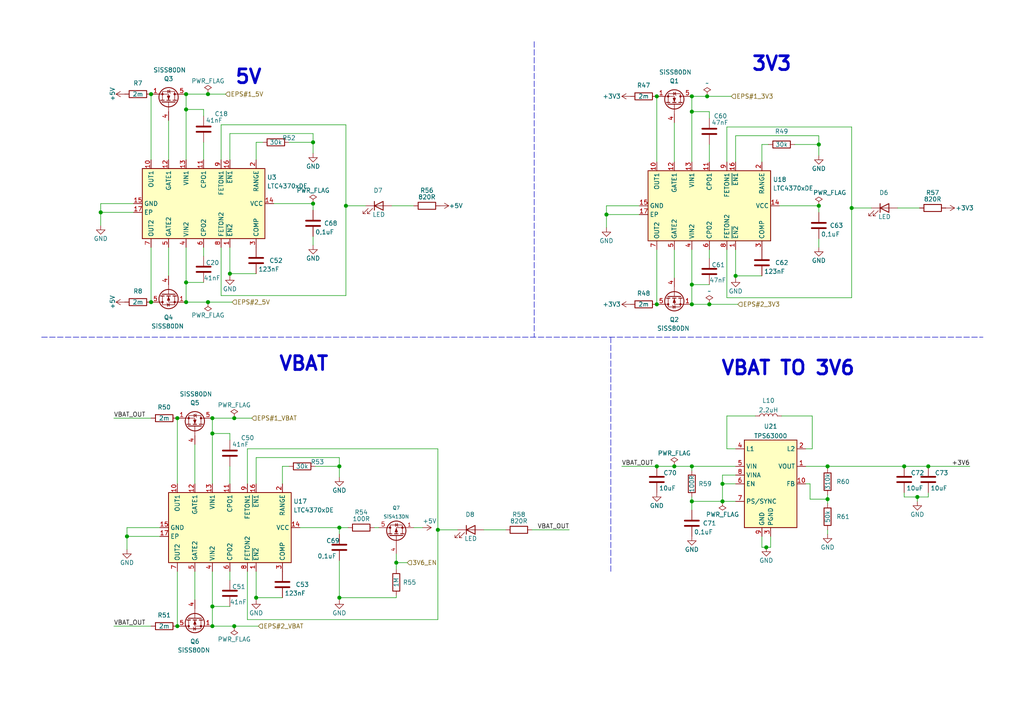
<source format=kicad_sch>
(kicad_sch (version 20210621) (generator eeschema)
  (paper "A4")
  (title_block (title "BUTCube - communication module") (date "2021-11-18") (rev "v0.2") (company "VUT - FIT(STRaDe) & FME(IAE & IPE)") (comment 1 "Author: Štěpán Rydlo"))
  (lib_symbols
    (symbol "Device:C" (pin_numbers hide) (pin_names (offset 0.254))
      (property "Reference" "C" (at 0.635 2.54 0))
      (property "Value" "C" (at 0.635 -2.54 0))
      (symbol "C_0_1"
        (polyline (pts (xy -2.032 -0.762) (xy 2.032 -0.762)) (stroke (width 0.508)))
        (polyline (pts (xy -2.032 0.762) (xy 2.032 0.762)) (stroke (width 0.508)))
      )
      (symbol "C_1_1"
        (pin passive line (at 0 3.81 270) (length 2.794) (name "~") (number "1"))
        (pin passive line (at 0 -3.81 90) (length 2.794) (name "~") (number "2"))
      )
    )
    (symbol "Device:L" (pin_numbers hide) (pin_names (offset 1.016) hide)
      (property "Reference" "L" (at -1.27 0 90))
      (property "Value" "L" (at 1.905 0 90))
      (symbol "L_0_1"
        (arc (start 0 -2.54) (end 0 -1.27) (radius (at 0 -1.905) (length 0.635) (angles -89.9 89.9)))
        (arc (start 0 -1.27) (end 0 0) (radius (at 0 -0.635) (length 0.635) (angles -89.9 89.9)))
        (arc (start 0 0) (end 0 1.27) (radius (at 0 0.635) (length 0.635) (angles -89.9 89.9)))
        (arc (start 0 1.27) (end 0 2.54) (radius (at 0 1.905) (length 0.635) (angles -89.9 89.9)))
      )
      (symbol "L_1_1"
        (pin passive line (at 0 3.81 270) (length 1.27) (name "1") (number "1"))
        (pin passive line (at 0 -3.81 90) (length 1.27) (name "2") (number "2"))
      )
    )
    (symbol "Device:LED" (pin_numbers hide) (pin_names (offset 1.016) hide)
      (property "Reference" "D" (at 0 2.54 0))
      (property "Value" "LED" (at 0 -2.54 0))
      (symbol "LED_0_1"
        (polyline (pts (xy -1.27 -1.27) (xy -1.27 1.27)) (stroke (width 0.254)))
        (polyline (pts (xy -1.27 0) (xy 1.27 0)))
        (polyline (pts (xy 1.27 -1.27) (xy 1.27 1.27) (xy -1.27 0) (xy 1.27 -1.27)) (stroke (width 0.254)))
        (polyline (pts (xy -3.048 -0.762) (xy -4.572 -2.286) (xy -3.81 -2.286) (xy -4.572 -2.286) (xy -4.572 -1.524)))
        (polyline (pts (xy -1.778 -0.762) (xy -3.302 -2.286) (xy -2.54 -2.286) (xy -3.302 -2.286) (xy -3.302 -1.524)))
      )
      (symbol "LED_1_1"
        (pin passive line (at -3.81 0 0) (length 2.54) (name "K") (number "1"))
        (pin passive line (at 3.81 0 180) (length 2.54) (name "A") (number "2"))
      )
    )
    (symbol "Device:R" (pin_numbers hide) (pin_names (offset 0))
      (property "Reference" "R" (at 2.032 0 90))
      (property "Value" "R" (at 0 0 90))
      (symbol "R_0_1"
        (rectangle (start -1.016 -2.54) (end 1.016 2.54) (stroke (width 0.254)))
      )
      (symbol "R_1_1"
        (pin passive line (at 0 3.81 270) (length 1.27) (name "~") (number "1"))
        (pin passive line (at 0 -3.81 90) (length 1.27) (name "~") (number "2"))
      )
    )
    (symbol "Power_Management:LTC4370xDE"
      (property "Reference" "U" (at -8.89 19.05 0))
      (property "Value" "LTC4370xDE" (at 7.62 19.05 0))
      (symbol "LTC4370xDE_0_1"
        (rectangle (start -10.16 17.78) (end 10.16 -17.78) (stroke (width 0.254)) (fill (type background)))
      )
      (symbol "LTC4370xDE_1_1"
        (pin input line (at 12.7 7.62 180) (length 2.54) (name "~{EN2}") (number "1"))
        (pin input line (at -12.7 -15.24 0) (length 2.54) (name "OUT1") (number "10"))
        (pin passive line (at -12.7 0 0) (length 2.54) (name "CPO1") (number "11"))
        (pin output line (at -12.7 -10.16 0) (length 2.54) (name "GATE1") (number "12"))
        (pin power_in line (at -12.7 -5.08 0) (length 2.54) (name "VIN1") (number "13"))
        (pin power_in line (at 0 20.32 270) (length 2.54) (name "VCC") (number "14"))
        (pin power_in line (at 0 -20.32 90) (length 2.54) (name "GND") (number "15"))
        (pin input line (at -12.7 7.62 0) (length 2.54) (name "~{EN1}") (number "16"))
        (pin passive line (at 2.54 -20.32 90) (length 2.54) (name "EP") (number "17"))
        (pin passive line (at -12.7 15.24 0) (length 2.54) (name "RANGE") (number "2"))
        (pin passive line (at 12.7 15.24 180) (length 2.54) (name "COMP") (number "3"))
        (pin power_in line (at 12.7 -5.08 180) (length 2.54) (name "VIN2") (number "4"))
        (pin output line (at 12.7 -10.16 180) (length 2.54) (name "GATE2") (number "5"))
        (pin passive line (at 12.7 0 180) (length 2.54) (name "CPO2") (number "6"))
        (pin input line (at 12.7 -15.24 180) (length 2.54) (name "OUT2") (number "7"))
        (pin open_collector line (at 12.7 5.08 180) (length 2.54) (name "FETON2") (number "8"))
        (pin open_collector line (at -12.7 5.08 0) (length 2.54) (name "FETON1") (number "9"))
      )
    )
    (symbol "Regulator_Switching:TPS63000"
      (property "Reference" "U" (at -7.62 13.97 0))
      (property "Value" "TPS63000" (at 5.08 13.97 0))
      (symbol "TPS63000_0_1"
        (rectangle (start -7.62 12.7) (end 7.62 -12.7) (stroke (width 0.254)) (fill (type background)))
      )
      (symbol "TPS63000_1_1"
        (pin power_out line (at 10.16 5.08 180) (length 2.54) (name "VOUT") (number "1"))
        (pin input line (at 10.16 0 180) (length 2.54) (name "FB") (number "10"))
        (pin passive line (at 0 -15.24 90) (length 2.54) hide (name "PGND") (number "11"))
        (pin input line (at 10.16 10.16 180) (length 2.54) (name "L2") (number "2"))
        (pin power_in line (at 0 -15.24 90) (length 2.54) (name "PGND") (number "3"))
        (pin input line (at -10.16 10.16 0) (length 2.54) (name "L1") (number "4"))
        (pin power_in line (at -10.16 5.08 0) (length 2.54) (name "VIN") (number "5"))
        (pin input line (at -10.16 0 0) (length 2.54) (name "EN") (number "6"))
        (pin input line (at -10.16 -5.08 0) (length 2.54) (name "PS/SYNC") (number "7"))
        (pin power_in line (at -10.16 2.54 0) (length 2.54) (name "VINA") (number "8"))
        (pin power_in line (at -2.54 -15.24 90) (length 2.54) (name "GND") (number "9"))
      )
    )
    (symbol "TCY_transistors:SiS413DN" (pin_names hide)
      (property "Reference" "Q" (at 8.89 2.54 0))
      (property "Value" "SiS413DN" (at 8.89 0 0))
      (symbol "SiS413DN_0_1"
        (circle (center -0.889 0) (radius 2.794) (stroke (width 0.254)))
        (circle (center 0 -1.778) (radius 0.254) (fill (type outline)))
        (circle (center 0 1.778) (radius 0.254) (fill (type outline)))
        (polyline (pts (xy -2.286 0) (xy -5.08 0)))
        (polyline (pts (xy -2.286 1.905) (xy -2.286 -1.905)) (stroke (width 0.254)))
        (polyline (pts (xy -1.778 -1.27) (xy -1.778 -2.286)) (stroke (width 0.254)))
        (polyline (pts (xy -1.778 0.508) (xy -1.778 -0.508)) (stroke (width 0.254)))
        (polyline (pts (xy -1.778 2.286) (xy -1.778 1.27)) (stroke (width 0.254)))
        (polyline (pts (xy 0 2.54) (xy 0 1.778)))
        (polyline (pts (xy 0 -2.54) (xy 0 0) (xy -1.778 0)))
        (polyline (pts (xy -1.778 1.778) (xy 0.762 1.778) (xy 0.762 -1.778) (xy -1.778 -1.778)))
        (polyline (pts (xy 0.254 -0.508) (xy 0.381 -0.381) (xy 1.143 -0.381) (xy 1.27 -0.254)))
        (polyline (pts (xy 0.762 -0.381) (xy 0.381 0.254) (xy 1.143 0.254) (xy 0.762 -0.381)))
        (polyline (pts (xy -0.254 0) (xy -1.27 0.381) (xy -1.27 -0.381) (xy -0.254 0)) (fill (type outline)))
      )
      (symbol "SiS413DN_1_1"
        (pin passive line (at 0 -5.08 90) (length 2.54) (name "S") (number "1"))
        (pin passive line (at 0 -5.08 90) (length 2.54) hide (name "S") (number "2"))
        (pin passive line (at 0 -5.08 90) (length 2.54) hide (name "S") (number "3"))
        (pin passive line (at -7.62 0 0) (length 2.54) (name "G") (number "4"))
        (pin passive line (at 0 5.08 270) (length 2.54) (name "D") (number "5"))
      )
    )
    (symbol "Transistor_FET:SiS454DN" (pin_names hide)
      (property "Reference" "Q" (at 5.08 1.905 0))
      (property "Value" "SiS454DN" (at 5.08 0 0))
      (symbol "SiS454DN_0_1"
        (circle (center 1.651 0) (radius 2.794) (stroke (width 0.254)))
        (circle (center 2.54 -1.778) (radius 0.254) (fill (type outline)))
        (circle (center 2.54 1.778) (radius 0.254) (fill (type outline)))
        (polyline (pts (xy 0.254 0) (xy -2.54 0)))
        (polyline (pts (xy 0.254 1.905) (xy 0.254 -1.905)) (stroke (width 0.254)))
        (polyline (pts (xy 0.762 -1.27) (xy 0.762 -2.286)) (stroke (width 0.254)))
        (polyline (pts (xy 0.762 0.508) (xy 0.762 -0.508)) (stroke (width 0.254)))
        (polyline (pts (xy 0.762 2.286) (xy 0.762 1.27)) (stroke (width 0.254)))
        (polyline (pts (xy 2.54 2.54) (xy 2.54 1.778)))
        (polyline (pts (xy 2.54 -2.54) (xy 2.54 0) (xy 0.762 0)))
        (polyline (pts (xy 0.762 -1.778) (xy 3.302 -1.778) (xy 3.302 1.778) (xy 0.762 1.778)))
        (polyline (pts (xy 2.794 0.508) (xy 2.921 0.381) (xy 3.683 0.381) (xy 3.81 0.254)))
        (polyline (pts (xy 3.302 0.381) (xy 2.921 -0.254) (xy 3.683 -0.254) (xy 3.302 0.381)))
        (polyline (pts (xy 1.016 0) (xy 2.032 0.381) (xy 2.032 -0.381) (xy 1.016 0)) (fill (type outline)))
      )
      (symbol "SiS454DN_1_1"
        (pin passive line (at 2.54 -5.08 90) (length 2.54) (name "S") (number "1"))
        (pin passive line (at 2.54 -5.08 90) (length 2.54) hide (name "S") (number "2"))
        (pin passive line (at 2.54 -5.08 90) (length 2.54) hide (name "S") (number "3"))
        (pin input line (at -5.08 0 0) (length 2.54) (name "G") (number "4"))
        (pin passive line (at 2.54 5.08 270) (length 2.54) (name "D") (number "5"))
      )
    )
    (symbol "power:+3V3" (power) (pin_names (offset 0))
      (property "Value" "+3V3" (at 0 3.556 0))
      (symbol "+3V3_0_1"
        (polyline (pts (xy -0.762 1.27) (xy 0 2.54)))
        (polyline (pts (xy 0 0) (xy 0 2.54)))
        (polyline (pts (xy 0 2.54) (xy 0.762 1.27)))
      )
      (symbol "+3V3_1_1"
        (pin power_in line (at 0 0 90) (length 0) hide (name "+3V3") (number "1"))
      )
    )
    (symbol "power:+5V" (power) (pin_names (offset 0))
      (property "Value" "+5V" (at 0 3.556 0))
      (symbol "+5V_0_1"
        (polyline (pts (xy -0.762 1.27) (xy 0 2.54)))
        (polyline (pts (xy 0 0) (xy 0 2.54)))
        (polyline (pts (xy 0 2.54) (xy 0.762 1.27)))
      )
      (symbol "+5V_1_1"
        (pin power_in line (at 0 0 90) (length 0) hide (name "+5V") (number "1"))
      )
    )
    (symbol "power:GND" (power) (pin_names (offset 0))
      (property "Value" "GND" (at 0 -3.81 0))
      (symbol "GND_0_1"
        (polyline (pts (xy 0 0) (xy 0 -1.27) (xy 1.27 -1.27) (xy 0 -2.54) (xy -1.27 -1.27) (xy 0 -1.27)))
      )
      (symbol "GND_1_1"
        (pin power_in line (at 0 0 270) (length 0) hide (name "GND") (number "1"))
      )
    )
    (symbol "power:PWR_FLAG" (power) (pin_numbers hide) (pin_names (offset 0) hide)
      (property "Value" "PWR_FLAG" (at 0 3.81 0))
      (symbol "PWR_FLAG_0_0"
        (pin power_out line (at 0 0 90) (length 0) (name "pwr") (number "1"))
      )
      (symbol "PWR_FLAG_0_1"
        (polyline (pts (xy 0 0) (xy 0 1.27) (xy -1.016 1.905) (xy 0 2.54) (xy 1.016 1.905) (xy 0 1.27)))
      )
    )
  )
  (junction (at 29.21 61.595) (diameter 1.016))
  (junction (at 36.83 155.575) (diameter 1.016))
  (junction (at 43.815 27.305) (diameter 1.016))
  (junction (at 43.815 87.63) (diameter 1.016))
  (junction (at 51.435 121.285) (diameter 1.016))
  (junction (at 51.435 181.61) (diameter 1.016))
  (junction (at 53.975 27.305) (diameter 1.016))
  (junction (at 53.975 31.75) (diameter 1.016))
  (junction (at 53.975 81.915) (diameter 1.016))
  (junction (at 53.975 87.63) (diameter 1.016))
  (junction (at 60.325 27.305) (diameter 1.016))
  (junction (at 60.325 87.63) (diameter 1.016))
  (junction (at 61.595 121.285) (diameter 1.016))
  (junction (at 61.595 125.73) (diameter 1.016))
  (junction (at 61.595 175.895) (diameter 1.016))
  (junction (at 61.595 181.61) (diameter 1.016))
  (junction (at 66.675 79.375) (diameter 1.016))
  (junction (at 67.945 121.285) (diameter 1.016))
  (junction (at 67.945 181.61) (diameter 1.016))
  (junction (at 74.295 173.355) (diameter 1.016))
  (junction (at 90.805 41.275) (diameter 1.016))
  (junction (at 90.805 59.055) (diameter 1.016))
  (junction (at 98.425 135.255) (diameter 1.016))
  (junction (at 98.425 153.035) (diameter 1.016))
  (junction (at 98.425 173.355) (diameter 1.016))
  (junction (at 100.33 59.69) (diameter 1.016))
  (junction (at 114.935 163.195) (diameter 1.016))
  (junction (at 127 153.67) (diameter 1.016))
  (junction (at 175.895 62.23) (diameter 1.016))
  (junction (at 190.5 27.94) (diameter 1.016))
  (junction (at 190.5 88.265) (diameter 1.016))
  (junction (at 190.5 135.255) (diameter 1.016))
  (junction (at 195.58 135.255) (diameter 1.016))
  (junction (at 200.66 27.94) (diameter 1.016))
  (junction (at 200.66 32.385) (diameter 1.016))
  (junction (at 200.66 82.55) (diameter 1.016))
  (junction (at 200.66 88.265) (diameter 1.016))
  (junction (at 200.66 135.255) (diameter 1.016))
  (junction (at 200.66 145.415) (diameter 1.016))
  (junction (at 205.105 27.94) (diameter 1.016))
  (junction (at 205.74 88.265) (diameter 1.016))
  (junction (at 209.55 140.335) (diameter 1.016))
  (junction (at 209.55 145.415) (diameter 1.016))
  (junction (at 213.36 80.01) (diameter 1.016))
  (junction (at 222.25 158.75) (diameter 1.016))
  (junction (at 237.49 41.91) (diameter 1.016))
  (junction (at 237.49 59.69) (diameter 1.016))
  (junction (at 240.03 135.255) (diameter 1.016))
  (junction (at 240.03 144.78) (diameter 1.016))
  (junction (at 247.015 60.325) (diameter 1.016))
  (junction (at 262.255 135.255) (diameter 1.016))
  (junction (at 266.065 144.145) (diameter 1.016))
  (junction (at 269.24 135.255) (diameter 1.016))
  (wire (pts (xy 29.21 59.055) (xy 29.21 61.595)))
  (wire (pts (xy 29.21 61.595) (xy 29.21 65.405)))
  (wire (pts (xy 33.02 121.285) (xy 43.815 121.285)))
  (wire (pts (xy 33.02 181.61) (xy 43.815 181.61)))
  (wire (pts (xy 36.83 153.035) (xy 36.83 155.575)))
  (wire (pts (xy 36.83 155.575) (xy 36.83 159.385)))
  (wire (pts (xy 38.735 59.055) (xy 29.21 59.055)))
  (wire (pts (xy 38.735 61.595) (xy 29.21 61.595)))
  (wire (pts (xy 43.815 27.305) (xy 43.815 46.355)))
  (wire (pts (xy 43.815 71.755) (xy 43.815 87.63)))
  (wire (pts (xy 46.355 153.035) (xy 36.83 153.035)))
  (wire (pts (xy 46.355 155.575) (xy 36.83 155.575)))
  (wire (pts (xy 48.895 34.925) (xy 48.895 46.355)))
  (wire (pts (xy 48.895 71.755) (xy 48.895 80.01)))
  (wire (pts (xy 51.435 121.285) (xy 51.435 140.335)))
  (wire (pts (xy 51.435 165.735) (xy 51.435 181.61)))
  (wire (pts (xy 53.975 27.305) (xy 53.975 31.75)))
  (wire (pts (xy 53.975 27.305) (xy 60.325 27.305)))
  (wire (pts (xy 53.975 31.75) (xy 53.975 46.355)))
  (wire (pts (xy 53.975 71.755) (xy 53.975 81.915)))
  (wire (pts (xy 53.975 81.915) (xy 53.975 87.63)))
  (wire (pts (xy 53.975 81.915) (xy 59.055 81.915)))
  (wire (pts (xy 53.975 87.63) (xy 60.325 87.63)))
  (wire (pts (xy 56.515 128.905) (xy 56.515 140.335)))
  (wire (pts (xy 56.515 165.735) (xy 56.515 173.99)))
  (wire (pts (xy 59.055 31.75) (xy 53.975 31.75)))
  (wire (pts (xy 59.055 33.655) (xy 59.055 31.75)))
  (wire (pts (xy 59.055 41.275) (xy 59.055 46.355)))
  (wire (pts (xy 59.055 71.755) (xy 59.055 74.295)))
  (wire (pts (xy 60.325 27.305) (xy 65.405 27.305)))
  (wire (pts (xy 60.325 87.63) (xy 67.31 87.63)))
  (wire (pts (xy 61.595 121.285) (xy 61.595 125.73)))
  (wire (pts (xy 61.595 121.285) (xy 67.945 121.285)))
  (wire (pts (xy 61.595 125.73) (xy 61.595 140.335)))
  (wire (pts (xy 61.595 165.735) (xy 61.595 175.895)))
  (wire (pts (xy 61.595 175.895) (xy 61.595 181.61)))
  (wire (pts (xy 61.595 175.895) (xy 66.675 175.895)))
  (wire (pts (xy 61.595 181.61) (xy 67.945 181.61)))
  (wire (pts (xy 64.135 36.195) (xy 64.135 46.355)))
  (wire (pts (xy 64.135 36.195) (xy 100.33 36.195)))
  (wire (pts (xy 64.135 71.755) (xy 64.135 85.725)))
  (wire (pts (xy 64.135 85.725) (xy 100.33 85.725)))
  (wire (pts (xy 66.675 38.735) (xy 66.675 46.355)))
  (wire (pts (xy 66.675 38.735) (xy 90.805 38.735)))
  (wire (pts (xy 66.675 71.755) (xy 66.675 79.375)))
  (wire (pts (xy 66.675 79.375) (xy 66.675 80.01)))
  (wire (pts (xy 66.675 125.73) (xy 61.595 125.73)))
  (wire (pts (xy 66.675 127.635) (xy 66.675 125.73)))
  (wire (pts (xy 66.675 135.255) (xy 66.675 140.335)))
  (wire (pts (xy 66.675 165.735) (xy 66.675 168.275)))
  (wire (pts (xy 67.945 121.285) (xy 73.025 121.285)))
  (wire (pts (xy 67.945 181.61) (xy 74.93 181.61)))
  (wire (pts (xy 71.755 130.175) (xy 71.755 140.335)))
  (wire (pts (xy 71.755 130.175) (xy 127 130.175)))
  (wire (pts (xy 71.755 165.735) (xy 71.755 179.705)))
  (wire (pts (xy 71.755 179.705) (xy 127 179.705)))
  (wire (pts (xy 74.295 41.275) (xy 76.2 41.275)))
  (wire (pts (xy 74.295 46.355) (xy 74.295 41.275)))
  (wire (pts (xy 74.295 79.375) (xy 66.675 79.375)))
  (wire (pts (xy 74.295 132.715) (xy 74.295 140.335)))
  (wire (pts (xy 74.295 132.715) (xy 98.425 132.715)))
  (wire (pts (xy 74.295 165.735) (xy 74.295 173.355)))
  (wire (pts (xy 74.295 173.355) (xy 74.295 173.99)))
  (wire (pts (xy 79.375 59.055) (xy 90.805 59.055)))
  (wire (pts (xy 81.915 135.255) (xy 83.82 135.255)))
  (wire (pts (xy 81.915 140.335) (xy 81.915 135.255)))
  (wire (pts (xy 81.915 173.355) (xy 74.295 173.355)))
  (wire (pts (xy 83.82 41.275) (xy 90.805 41.275)))
  (wire (pts (xy 86.995 153.035) (xy 98.425 153.035)))
  (wire (pts (xy 90.805 38.735) (xy 90.805 41.275)))
  (wire (pts (xy 90.805 41.275) (xy 90.805 44.45)))
  (wire (pts (xy 90.805 59.055) (xy 90.805 60.96)))
  (wire (pts (xy 90.805 68.58) (xy 90.805 71.12)))
  (wire (pts (xy 91.44 135.255) (xy 98.425 135.255)))
  (wire (pts (xy 98.425 132.715) (xy 98.425 135.255)))
  (wire (pts (xy 98.425 135.255) (xy 98.425 138.43)))
  (wire (pts (xy 98.425 153.035) (xy 98.425 154.94)))
  (wire (pts (xy 98.425 153.035) (xy 100.965 153.035)))
  (wire (pts (xy 98.425 162.56) (xy 98.425 173.355)))
  (wire (pts (xy 98.425 173.355) (xy 98.425 173.99)))
  (wire (pts (xy 98.425 173.355) (xy 114.935 173.355)))
  (wire (pts (xy 100.33 36.195) (xy 100.33 59.69)))
  (wire (pts (xy 100.33 59.69) (xy 100.33 85.725)))
  (wire (pts (xy 106.045 59.69) (xy 100.33 59.69)))
  (wire (pts (xy 108.585 153.035) (xy 109.855 153.035)))
  (wire (pts (xy 113.665 59.69) (xy 120.015 59.69)))
  (wire (pts (xy 114.935 160.655) (xy 114.935 163.195)))
  (wire (pts (xy 114.935 163.195) (xy 114.935 165.1)))
  (wire (pts (xy 114.935 163.195) (xy 118.11 163.195)))
  (wire (pts (xy 114.935 172.72) (xy 114.935 173.355)))
  (wire (pts (xy 120.015 153.035) (xy 122.555 153.035)))
  (wire (pts (xy 127 130.175) (xy 127 153.67)))
  (wire (pts (xy 127 179.705) (xy 127 153.67)))
  (wire (pts (xy 132.715 153.67) (xy 127 153.67)))
  (wire (pts (xy 140.335 153.67) (xy 146.685 153.67)))
  (wire (pts (xy 165.1 153.67) (xy 154.305 153.67)))
  (wire (pts (xy 175.895 59.69) (xy 175.895 62.23)))
  (wire (pts (xy 175.895 62.23) (xy 175.895 66.04)))
  (wire (pts (xy 180.34 135.255) (xy 190.5 135.255)))
  (wire (pts (xy 185.42 59.69) (xy 175.895 59.69)))
  (wire (pts (xy 185.42 62.23) (xy 175.895 62.23)))
  (wire (pts (xy 190.5 27.94) (xy 190.5 46.99)))
  (wire (pts (xy 190.5 72.39) (xy 190.5 88.265)))
  (wire (pts (xy 190.5 135.255) (xy 195.58 135.255)))
  (wire (pts (xy 195.58 35.56) (xy 195.58 46.99)))
  (wire (pts (xy 195.58 72.39) (xy 195.58 80.645)))
  (wire (pts (xy 195.58 135.255) (xy 200.66 135.255)))
  (wire (pts (xy 200.66 27.94) (xy 200.66 32.385)))
  (wire (pts (xy 200.66 27.94) (xy 205.105 27.94)))
  (wire (pts (xy 200.66 32.385) (xy 200.66 46.99)))
  (wire (pts (xy 200.66 72.39) (xy 200.66 82.55)))
  (wire (pts (xy 200.66 82.55) (xy 200.66 88.265)))
  (wire (pts (xy 200.66 82.55) (xy 205.74 82.55)))
  (wire (pts (xy 200.66 88.265) (xy 205.74 88.265)))
  (wire (pts (xy 200.66 135.255) (xy 200.66 136.525)))
  (wire (pts (xy 200.66 135.255) (xy 213.36 135.255)))
  (wire (pts (xy 200.66 144.145) (xy 200.66 145.415)))
  (wire (pts (xy 200.66 145.415) (xy 200.66 147.955)))
  (wire (pts (xy 200.66 145.415) (xy 209.55 145.415)))
  (wire (pts (xy 205.105 27.94) (xy 212.09 27.94)))
  (wire (pts (xy 205.74 32.385) (xy 200.66 32.385)))
  (wire (pts (xy 205.74 34.29) (xy 205.74 32.385)))
  (wire (pts (xy 205.74 41.91) (xy 205.74 46.99)))
  (wire (pts (xy 205.74 72.39) (xy 205.74 74.93)))
  (wire (pts (xy 205.74 88.265) (xy 213.995 88.265)))
  (wire (pts (xy 209.55 137.795) (xy 209.55 140.335)))
  (wire (pts (xy 209.55 140.335) (xy 209.55 145.415)))
  (wire (pts (xy 209.55 140.335) (xy 213.36 140.335)))
  (wire (pts (xy 209.55 145.415) (xy 213.36 145.415)))
  (wire (pts (xy 210.82 36.83) (xy 210.82 46.99)))
  (wire (pts (xy 210.82 36.83) (xy 247.015 36.83)))
  (wire (pts (xy 210.82 72.39) (xy 210.82 86.36)))
  (wire (pts (xy 210.82 86.36) (xy 247.015 86.36)))
  (wire (pts (xy 210.82 120.65) (xy 219.075 120.65)))
  (wire (pts (xy 210.82 130.175) (xy 210.82 120.65)))
  (wire (pts (xy 213.36 39.37) (xy 213.36 46.99)))
  (wire (pts (xy 213.36 39.37) (xy 237.49 39.37)))
  (wire (pts (xy 213.36 72.39) (xy 213.36 80.01)))
  (wire (pts (xy 213.36 80.01) (xy 213.36 80.645)))
  (wire (pts (xy 213.36 130.175) (xy 210.82 130.175)))
  (wire (pts (xy 213.36 137.795) (xy 209.55 137.795)))
  (wire (pts (xy 220.98 41.91) (xy 222.885 41.91)))
  (wire (pts (xy 220.98 46.99) (xy 220.98 41.91)))
  (wire (pts (xy 220.98 80.01) (xy 213.36 80.01)))
  (wire (pts (xy 220.98 155.575) (xy 220.98 158.75)))
  (wire (pts (xy 220.98 158.75) (xy 222.25 158.75)))
  (wire (pts (xy 223.52 155.575) (xy 223.52 158.75)))
  (wire (pts (xy 223.52 158.75) (xy 222.25 158.75)))
  (wire (pts (xy 226.06 59.69) (xy 237.49 59.69)))
  (wire (pts (xy 226.695 120.65) (xy 235.585 120.65)))
  (wire (pts (xy 230.505 41.91) (xy 237.49 41.91)))
  (wire (pts (xy 233.68 135.255) (xy 240.03 135.255)))
  (wire (pts (xy 233.68 140.335) (xy 234.95 140.335)))
  (wire (pts (xy 234.95 140.335) (xy 234.95 144.78)))
  (wire (pts (xy 234.95 144.78) (xy 240.03 144.78)))
  (wire (pts (xy 235.585 120.65) (xy 235.585 130.175)))
  (wire (pts (xy 235.585 130.175) (xy 233.68 130.175)))
  (wire (pts (xy 237.49 39.37) (xy 237.49 41.91)))
  (wire (pts (xy 237.49 41.91) (xy 237.49 45.085)))
  (wire (pts (xy 237.49 59.69) (xy 237.49 61.595)))
  (wire (pts (xy 237.49 69.215) (xy 237.49 71.755)))
  (wire (pts (xy 240.03 135.255) (xy 240.03 135.89)))
  (wire (pts (xy 240.03 135.255) (xy 262.255 135.255)))
  (wire (pts (xy 240.03 144.78) (xy 240.03 143.51)))
  (wire (pts (xy 240.03 144.78) (xy 240.03 146.05)))
  (wire (pts (xy 240.03 153.67) (xy 240.03 154.94)))
  (wire (pts (xy 247.015 36.83) (xy 247.015 60.325)))
  (wire (pts (xy 247.015 60.325) (xy 247.015 86.36)))
  (wire (pts (xy 252.73 60.325) (xy 247.015 60.325)))
  (wire (pts (xy 260.35 60.325) (xy 266.7 60.325)))
  (wire (pts (xy 262.255 135.255) (xy 269.24 135.255)))
  (wire (pts (xy 262.255 142.875) (xy 262.255 144.145)))
  (wire (pts (xy 262.255 144.145) (xy 266.065 144.145)))
  (wire (pts (xy 266.065 144.145) (xy 266.065 145.415)))
  (wire (pts (xy 269.24 135.255) (xy 281.305 135.255)))
  (wire (pts (xy 269.24 142.875) (xy 269.24 144.145)))
  (wire (pts (xy 269.24 144.145) (xy 266.065 144.145)))
  (polyline (pts (xy 12.065 97.79) (xy 285.115 97.79)) (stroke (width 0) (type dash)))
  (polyline (pts (xy 154.94 12.065) (xy 154.94 97.79)) (stroke (width 0) (type dash)))
  (polyline (pts (xy 177.165 97.79) (xy 177.165 165.735)) (stroke (width 0) (type dash)))
  (text "5V" (at 67.945 24.765 0) (effects (font (size 4 4) (thickness 0.8) bold) (justify left bottom)))
  (text "VBAT" (at 80.645 107.95 0) (effects (font (size 4 4) (thickness 0.8) bold) (justify left bottom)))
  (text "VBAT TO 3V6" (at 208.915 109.22 0) (effects (font (size 4 4) (thickness 0.8) bold) (justify left bottom)))
  (text "3V3\n" (at 217.805 20.955 0) (effects (font (size 4 4) (thickness 0.8) bold) (justify left bottom)))
  (label "VBAT_OUT" (at 33.02 121.285 0))
  (label "VBAT_OUT" (at 33.02 181.61 0))
  (label "VBAT_OUT" (at 165.1 153.67 180))
  (label "VBAT_OUT" (at 180.34 135.255 0))
  (label "+3V6" (at 281.305 135.255 180))
  (hierarchical_label "EPS#1_5V" (shape input) (at 65.405 27.305 0))
  (hierarchical_label "EPS#2_5V" (shape input) (at 67.31 87.63 0))
  (hierarchical_label "EPS#1_VBAT" (shape input) (at 73.025 121.285 0))
  (hierarchical_label "EPS#2_VBAT" (shape input) (at 74.93 181.61 0))
  (hierarchical_label "3V6_EN" (shape input) (at 118.11 163.195 0))
  (hierarchical_label "EPS#1_3V3" (shape input) (at 212.09 27.94 0))
  (hierarchical_label "EPS#2_3V3" (shape input) (at 213.995 88.265 0))
  (symbol (lib_id "power:+5V") (at 36.195 27.305 90) (unit 1)
    (property "Reference" "#PWR05" (effects hide))
    (property "Value" "+5V" (at 32.639 27.305 0))
  )
  (symbol (lib_id "power:+5V") (at 36.195 87.63 90) (unit 1)
    (property "Reference" "#PWR06" (effects hide))
    (property "Value" "+5V" (at 32.639 87.63 0))
  )
  (symbol (lib_id "power:+5V") (at 122.555 153.035 270) (unit 1)
    (property "Reference" "#PWR014" (effects hide))
    (property "Value" "+5V" (at 122.555 151.1299 90) (effects (justify left)))
  )
  (symbol (lib_id "power:+5V") (at 127.635 59.69 270) (unit 1)
    (property "Reference" "#PWR015" (effects hide))
    (property "Value" "+5V" (at 130.175 59.6899 90) (effects (justify left)))
  )
  (symbol (lib_id "power:+3V3") (at 182.88 27.94 90) (unit 1)
    (property "Reference" "#PWR0159" (effects hide))
    (property "Value" "+3V3" (at 177.419 27.94 90))
  )
  (symbol (lib_id "power:+3V3") (at 182.88 88.265 90) (unit 1)
    (property "Reference" "#PWR0160" (effects hide))
    (property "Value" "+3V3" (at 177.419 88.265 90))
  )
  (symbol (lib_id "power:+3V3") (at 274.32 60.325 270) (unit 1)
    (property "Reference" "#PWR0164" (effects hide))
    (property "Value" "+3V3" (at 279.781 60.325 90))
  )
  (symbol (lib_id "power:PWR_FLAG") (at 60.325 27.305 0) (unit 1)
    (property "Reference" "#FLG02" (effects hide))
    (property "Value" "PWR_FLAG" (at 60.325 23.495 0))
  )
  (symbol (lib_id "power:PWR_FLAG") (at 60.325 87.63 180) (unit 1)
    (property "Reference" "#FLG03" (effects hide))
    (property "Value" "PWR_FLAG" (at 60.325 91.44 0))
  )
  (symbol (lib_id "power:PWR_FLAG") (at 67.945 121.285 0) (unit 1)
    (property "Reference" "#FLG04" (effects hide))
    (property "Value" "PWR_FLAG" (at 67.945 117.475 0))
  )
  (symbol (lib_id "power:PWR_FLAG") (at 67.945 181.61 180) (unit 1)
    (property "Reference" "#FLG05" (effects hide))
    (property "Value" "PWR_FLAG" (at 67.945 185.42 0))
  )
  (symbol (lib_id "power:PWR_FLAG") (at 90.805 59.055 0) (unit 1)
    (property "Reference" "#FLG06" (effects hide))
    (property "Value" "PWR_FLAG" (at 90.805 55.245 0))
  )
  (symbol (lib_id "power:PWR_FLAG") (at 195.58 135.255 0) (unit 1)
    (property "Reference" "#FLG0104" (effects hide))
    (property "Value" "PWR_FLAG" (at 195.58 131.445 0))
  )
  (symbol (lib_id "power:PWR_FLAG") (at 205.105 27.94 0) (unit 1)
    (property "Reference" "#FLG0105" (effects hide))
    (property "Value" "~" (at 205.105 24.13 0))
  )
  (symbol (lib_id "power:PWR_FLAG") (at 205.74 88.265 0) (unit 1)
    (property "Reference" "#FLG0106" (effects hide))
    (property "Value" "~" (at 205.74 84.455 0))
  )
  (symbol (lib_id "power:PWR_FLAG") (at 209.55 145.415 180) (unit 1)
    (property "Reference" "#FLG07" (effects hide))
    (property "Value" "PWR_FLAG" (at 209.55 149.225 0))
  )
  (symbol (lib_id "power:PWR_FLAG") (at 237.49 59.69 0) (unit 1)
    (property "Reference" "#FLG0107" (effects hide))
    (property "Value" "PWR_FLAG" (at 240.665 55.88 0))
  )
  (symbol (lib_id "power:GND") (at 29.21 65.405 0) (unit 1)
    (property "Reference" "#PWR04" (effects hide))
    (property "Value" "GND" (at 29.21 69.215 0))
  )
  (symbol (lib_id "power:GND") (at 36.83 159.385 0) (unit 1)
    (property "Reference" "#PWR07" (effects hide))
    (property "Value" "GND" (at 36.83 163.195 0))
  )
  (symbol (lib_id "power:GND") (at 66.675 80.01 0) (unit 1)
    (property "Reference" "#PWR08" (effects hide))
    (property "Value" "GND" (at 66.675 83.82 0))
  )
  (symbol (lib_id "power:GND") (at 74.295 173.99 0) (unit 1)
    (property "Reference" "#PWR09" (effects hide))
    (property "Value" "GND" (at 74.295 177.8 0))
  )
  (symbol (lib_id "power:GND") (at 90.805 44.45 0) (unit 1)
    (property "Reference" "#PWR010" (effects hide))
    (property "Value" "GND" (at 90.805 48.26 0))
  )
  (symbol (lib_id "power:GND") (at 90.805 71.12 0) (unit 1)
    (property "Reference" "#PWR011" (effects hide))
    (property "Value" "GND" (at 90.805 74.93 0))
  )
  (symbol (lib_id "power:GND") (at 98.425 138.43 0) (unit 1)
    (property "Reference" "#PWR012" (effects hide))
    (property "Value" "GND" (at 98.425 142.24 0))
  )
  (symbol (lib_id "power:GND") (at 98.425 173.99 0) (unit 1)
    (property "Reference" "#PWR013" (effects hide))
    (property "Value" "GND" (at 98.425 177.8 0))
  )
  (symbol (lib_id "power:GND") (at 175.895 66.04 0) (unit 1)
    (property "Reference" "#PWR0140" (effects hide))
    (property "Value" "GND" (at 175.895 69.85 0))
  )
  (symbol (lib_id "power:GND") (at 190.5 142.875 0) (unit 1)
    (property "Reference" "#PWR016" (effects hide))
    (property "Value" "GND" (at 190.5 146.685 0))
  )
  (symbol (lib_id "power:GND") (at 200.66 155.575 0) (unit 1)
    (property "Reference" "#PWR017" (effects hide))
    (property "Value" "GND" (at 200.66 159.385 0))
  )
  (symbol (lib_id "power:GND") (at 213.36 80.645 0) (unit 1)
    (property "Reference" "#PWR0163" (effects hide))
    (property "Value" "GND" (at 213.36 84.455 0))
  )
  (symbol (lib_id "power:GND") (at 222.25 158.75 0) (unit 1)
    (property "Reference" "#PWR018" (effects hide))
    (property "Value" "GND" (at 222.25 162.56 0))
  )
  (symbol (lib_id "power:GND") (at 237.49 45.085 0) (unit 1)
    (property "Reference" "#PWR0162" (effects hide))
    (property "Value" "GND" (at 237.49 48.895 0))
  )
  (symbol (lib_id "power:GND") (at 237.49 71.755 0) (unit 1)
    (property "Reference" "#PWR0161" (effects hide))
    (property "Value" "GND" (at 237.49 75.565 0))
  )
  (symbol (lib_id "power:GND") (at 240.03 154.94 0) (unit 1)
    (property "Reference" "#PWR019" (effects hide))
    (property "Value" "GND" (at 240.03 158.75 0))
  )
  (symbol (lib_id "power:GND") (at 266.065 145.415 0) (unit 1)
    (property "Reference" "#PWR020" (effects hide))
    (property "Value" "GND" (at 266.065 149.225 0))
  )
  (symbol (lib_id "Device:L") (at 222.885 120.65 90) (unit 1)
    (property "Reference" "L10" (at 222.885 116.1754 90))
    (property "Value" "2.2uH" (at 222.885 118.9505 90))
    (property "Footprint" "Inductor_SMD:L_Taiyo-Yuden_MD-5050" (effects hide))
  )
  (symbol (lib_id "Device:R") (at 40.005 27.305 90) (unit 1)
    (property "Reference" "R7" (at 40.005 24.13 90))
    (property "Value" "2m" (at 40.005 27.305 90))
    (property "Footprint" "Resistor_SMD:R_0603_1608Metric" (effects hide))
  )
  (symbol (lib_id "Device:R") (at 40.005 87.63 90) (unit 1)
    (property "Reference" "R8" (at 40.005 84.455 90))
    (property "Value" "2m" (at 40.005 87.63 90))
    (property "Footprint" "Resistor_SMD:R_0603_1608Metric" (effects hide))
  )
  (symbol (lib_id "Device:R") (at 47.625 121.285 90) (unit 1)
    (property "Reference" "R50" (at 47.625 118.11 90))
    (property "Value" "2m" (at 47.625 121.285 90))
    (property "Footprint" "Resistor_SMD:R_0603_1608Metric" (effects hide))
  )
  (symbol (lib_id "Device:R") (at 47.625 181.61 90) (unit 1)
    (property "Reference" "R51" (at 47.625 178.435 90))
    (property "Value" "2m" (at 47.625 181.61 90))
    (property "Footprint" "Resistor_SMD:R_0603_1608Metric" (effects hide))
  )
  (symbol (lib_id "Device:R") (at 80.01 41.275 270) (unit 1)
    (property "Reference" "R52" (at 83.82 40.005 90))
    (property "Value" "30k" (at 80.01 41.275 90))
    (property "Footprint" "Resistor_SMD:R_0603_1608Metric" (effects hide))
  )
  (symbol (lib_id "Device:R") (at 87.63 135.255 270) (unit 1)
    (property "Reference" "R53" (at 92.075 133.985 90))
    (property "Value" "30k" (at 87.63 135.255 90))
    (property "Footprint" "Resistor_SMD:R_0603_1608Metric" (effects hide))
  )
  (symbol (lib_id "Device:R") (at 104.775 153.035 90) (unit 1)
    (property "Reference" "R54" (at 104.775 148.59 90))
    (property "Value" "100R" (at 104.775 150.495 90))
    (property "Footprint" "Resistor_SMD:R_0603_1608Metric" (effects hide))
  )
  (symbol (lib_id "Device:R") (at 114.935 168.91 0) (unit 1)
    (property "Reference" "R55" (at 116.84 168.9099 0) (effects (justify left)))
    (property "Value" "1M" (at 114.935 168.91 90))
  )
  (symbol (lib_id "Device:R") (at 123.825 59.69 90) (unit 1)
    (property "Reference" "R56" (at 123.825 55.245 90))
    (property "Value" "820R" (at 123.825 57.15 90))
    (property "Footprint" "Resistor_SMD:R_0603_1608Metric" (effects hide))
  )
  (symbol (lib_id "Device:R") (at 150.495 153.67 90) (unit 1)
    (property "Reference" "R58" (at 150.495 149.225 90))
    (property "Value" "820R" (at 150.495 151.13 90))
    (property "Footprint" "Resistor_SMD:R_0603_1608Metric" (effects hide))
  )
  (symbol (lib_id "Device:R") (at 186.69 27.94 90) (unit 1)
    (property "Reference" "R47" (at 186.69 24.765 90))
    (property "Value" "2m" (at 186.69 27.94 90))
    (property "Footprint" "Resistor_SMD:R_0603_1608Metric" (effects hide))
  )
  (symbol (lib_id "Device:R") (at 186.69 88.265 90) (unit 1)
    (property "Reference" "R48" (at 186.69 85.09 90))
    (property "Value" "2m" (at 186.69 88.265 90))
    (property "Footprint" "Resistor_SMD:R_0603_1608Metric" (effects hide))
  )
  (symbol (lib_id "Device:R") (at 200.66 140.335 0) (unit 1)
    (property "Reference" "R59" (at 202.565 140.3349 0) (effects (justify left)))
    (property "Value" "100R" (at 200.66 140.335 90))
  )
  (symbol (lib_id "Device:R") (at 226.695 41.91 270) (unit 1)
    (property "Reference" "R49" (at 226.695 38.1 90))
    (property "Value" "30k" (at 226.695 41.91 90))
    (property "Footprint" "Resistor_SMD:R_0603_1608Metric" (effects hide))
  )
  (symbol (lib_id "Device:R") (at 240.03 139.7 0) (unit 1)
    (property "Reference" "R60" (at 242.57 139.6999 0) (effects (justify left)))
    (property "Value" "310k" (at 240.03 139.7 90))
  )
  (symbol (lib_id "Device:R") (at 240.03 149.86 0) (unit 1)
    (property "Reference" "R61" (at 242.57 149.8599 0) (effects (justify left)))
    (property "Value" "50k" (at 240.03 149.86 90))
  )
  (symbol (lib_id "Device:R") (at 270.51 60.325 90) (unit 1)
    (property "Reference" "R57" (at 270.51 55.88 90))
    (property "Value" "820R" (at 270.51 57.785 90))
    (property "Footprint" "Resistor_SMD:R_0603_1608Metric" (effects hide))
  )
  (symbol (lib_id "Device:LED") (at 109.855 59.69 0) (unit 1)
    (property "Reference" "D7" (at 109.6645 55.245 0))
    (property "Value" "LED" (at 109.855 62.23 0))
    (property "Footprint" "LED_SMD:LED_0603_1608Metric" (effects hide))
  )
  (symbol (lib_id "Device:LED") (at 136.525 153.67 0) (unit 1)
    (property "Reference" "D8" (at 136.3345 149.225 0))
    (property "Value" "LED" (at 136.525 156.21 0))
    (property "Footprint" "LED_SMD:LED_0603_1608Metric" (effects hide))
  )
  (symbol (lib_id "Device:LED") (at 256.54 60.325 0) (unit 1)
    (property "Reference" "D6" (at 256.3495 55.88 0))
    (property "Value" "LED" (at 256.54 62.865 0))
    (property "Footprint" "LED_SMD:LED_0603_1608Metric" (effects hide))
  )
  (symbol (lib_id "Device:C") (at 59.055 37.465 0) (unit 1)
    (property "Reference" "C18" (at 62.23 33.0199 0) (effects (justify left)))
    (property "Value" "41nF" (at 59.69 34.925 0) (effects (justify left)))
    (property "Footprint" "Capacitor_SMD:C_0603_1608Metric" (effects hide))
  )
  (symbol (lib_id "Device:C") (at 59.055 78.105 0) (unit 1)
    (property "Reference" "C20" (at 59.69 76.1999 0) (effects (justify left)))
    (property "Value" "41nF" (at 59.055 80.645 0) (effects (justify left)))
    (property "Footprint" "Capacitor_SMD:C_0603_1608Metric" (effects hide))
  )
  (symbol (lib_id "Device:C") (at 66.675 131.445 0) (unit 1)
    (property "Reference" "C50" (at 69.85 126.9999 0) (effects (justify left)))
    (property "Value" "41nF" (at 67.31 128.905 0) (effects (justify left)))
    (property "Footprint" "Capacitor_SMD:C_0603_1608Metric" (effects hide))
  )
  (symbol (lib_id "Device:C") (at 66.675 172.085 0) (unit 1)
    (property "Reference" "C51" (at 67.31 170.1799 0) (effects (justify left)))
    (property "Value" "41nF" (at 66.675 174.625 0) (effects (justify left)))
    (property "Footprint" "Capacitor_SMD:C_0603_1608Metric" (effects hide))
  )
  (symbol (lib_id "Device:C") (at 74.295 75.565 0) (unit 1)
    (property "Reference" "C52" (at 78.105 75.5649 0) (effects (justify left)))
    (property "Value" "123nF" (at 74.93 78.105 0) (effects (justify left)))
    (property "Footprint" "Capacitor_SMD:C_0603_1608Metric" (effects hide))
  )
  (symbol (lib_id "Device:C") (at 81.915 169.545 0) (unit 1)
    (property "Reference" "C53" (at 85.725 169.5449 0) (effects (justify left)))
    (property "Value" "123nF" (at 82.55 172.085 0) (effects (justify left)))
    (property "Footprint" "Capacitor_SMD:C_0603_1608Metric" (effects hide))
  )
  (symbol (lib_id "Device:C") (at 90.805 64.77 0) (unit 1)
    (property "Reference" "C68" (at 93.98 64.7699 0) (effects (justify left)))
    (property "Value" "0,1uF" (at 91.44 67.31 0) (effects (justify left)))
    (property "Footprint" "Capacitor_SMD:C_0603_1608Metric" (effects hide))
  )
  (symbol (lib_id "Device:C") (at 98.425 158.75 0) (unit 1)
    (property "Reference" "C69" (at 94.615 156.8449 0) (effects (justify left)))
    (property "Value" "0,1uF" (at 92.075 161.29 0) (effects (justify left)))
    (property "Footprint" "Capacitor_SMD:C_0603_1608Metric" (effects hide))
  )
  (symbol (lib_id "Device:C") (at 190.5 139.065 0) (unit 1)
    (property "Reference" "C70" (at 192.405 137.1599 0) (effects (justify left)))
    (property "Value" "10uF" (at 191.135 141.605 0) (effects (justify left)))
  )
  (symbol (lib_id "Device:C") (at 200.66 151.765 0) (unit 1)
    (property "Reference" "C71" (at 203.835 151.7649 0) (effects (justify left)))
    (property "Value" "0,1uF" (at 201.295 154.305 0) (effects (justify left)))
  )
  (symbol (lib_id "Device:C") (at 205.74 38.1 0) (unit 1)
    (property "Reference" "C60" (at 207.01 33.6549 0) (effects (justify left)))
    (property "Value" "47nF" (at 206.375 35.56 0) (effects (justify left)))
    (property "Footprint" "Capacitor_SMD:C_0603_1608Metric" (effects hide))
  )
  (symbol (lib_id "Device:C") (at 205.74 78.74 0) (unit 1)
    (property "Reference" "C61" (at 206.375 76.8349 0) (effects (justify left)))
    (property "Value" "47nF" (at 205.74 81.28 0) (effects (justify left)))
    (property "Footprint" "Capacitor_SMD:C_0603_1608Metric" (effects hide))
  )
  (symbol (lib_id "Device:C") (at 220.98 76.2 0) (unit 1)
    (property "Reference" "C62" (at 224.79 76.1999 0) (effects (justify left)))
    (property "Value" "123nF" (at 221.615 78.74 0) (effects (justify left)))
    (property "Footprint" "Capacitor_SMD:C_0603_1608Metric" (effects hide))
  )
  (symbol (lib_id "Device:C") (at 237.49 65.405 0) (unit 1)
    (property "Reference" "C63" (at 240.665 65.4049 0) (effects (justify left)))
    (property "Value" "0,1uF" (at 238.125 67.945 0) (effects (justify left)))
    (property "Footprint" "Capacitor_SMD:C_0603_1608Metric" (effects hide))
  )
  (symbol (lib_id "Device:C") (at 262.255 139.065 0) (unit 1)
    (property "Reference" "C72" (at 264.16 137.1599 0) (effects (justify left)))
    (property "Value" "10uF" (at 262.89 141.605 0) (effects (justify left)))
  )
  (symbol (lib_id "Device:C") (at 269.24 139.065 0) (unit 1)
    (property "Reference" "C73" (at 271.145 137.1599 0) (effects (justify left)))
    (property "Value" "10uF" (at 269.875 141.605 0) (effects (justify left)))
  )
  (symbol (lib_id "Transistor_FET:SiS454DN") (at 48.895 29.845 270) (mirror x) (unit 1)
    (property "Reference" "Q3" (at 48.895 22.86 90))
    (property "Value" "SiSS80DN" (at 44.45 20.32 90) (effects (justify left)))
    (property "Footprint" "Package_SO:Vishay_PowerPAK_1212-8_Single" (effects hide))
    (property "Datasheet" "https://www.vishay.com/docs/66707/sis454dn.pdf" (effects hide))
  )
  (symbol (lib_id "Transistor_FET:SiS454DN") (at 48.895 85.09 90) (mirror x) (unit 1)
    (property "Reference" "Q4" (at 48.895 92.075 90))
    (property "Value" "SiSS80DN" (at 53.34 94.615 90) (effects (justify left)))
    (property "Footprint" "Package_SO:Vishay_PowerPAK_1212-8_Single" (effects hide))
    (property "Datasheet" "https://www.vishay.com/docs/66707/sis454dn.pdf" (effects hide))
  )
  (symbol (lib_id "Transistor_FET:SiS454DN") (at 56.515 123.825 270) (mirror x) (unit 1)
    (property "Reference" "Q5" (at 56.515 116.84 90))
    (property "Value" "SiSS80DN" (at 52.07 114.3 90) (effects (justify left)))
    (property "Footprint" "Package_SO:Vishay_PowerPAK_1212-8_Single" (effects hide))
    (property "Datasheet" "https://www.vishay.com/docs/66707/sis454dn.pdf" (effects hide))
  )
  (symbol (lib_id "Transistor_FET:SiS454DN") (at 56.515 179.07 90) (mirror x) (unit 1)
    (property "Reference" "Q6" (at 56.515 186.055 90))
    (property "Value" "SiSS80DN" (at 60.96 188.595 90) (effects (justify left)))
    (property "Footprint" "Package_SO:Vishay_PowerPAK_1212-8_Single" (effects hide))
    (property "Datasheet" "https://www.vishay.com/docs/66707/sis454dn.pdf" (effects hide))
  )
  (symbol (lib_id "TCY_transistors:SiS413DN") (at 114.935 153.035 90) (unit 1)
    (property "Reference" "Q7" (at 114.935 147.32 90) (effects (font (size 1 1))))
    (property "Value" "SiS413DN" (at 114.935 149.86 90) (effects (font (size 1 1))))
    (property "Footprint" "Package_SO:Vishay_PowerPAK_1212-8_Single" (effects hide))
    (property "Datasheet" "https://www.vishay.com/docs/63262/sis413dn.pdf" (effects hide))
  )
  (symbol (lib_id "Transistor_FET:SiS454DN") (at 195.58 30.48 270) (mirror x) (unit 1)
    (property "Reference" "Q1" (at 195.58 23.495 90))
    (property "Value" "SiSS80DN" (at 191.135 20.955 90) (effects (justify left)))
    (property "Footprint" "Package_SO:Vishay_PowerPAK_1212-8_Single" (effects hide))
    (property "Datasheet" "https://www.vishay.com/docs/66707/sis454dn.pdf" (effects hide))
  )
  (symbol (lib_id "Transistor_FET:SiS454DN") (at 195.58 85.725 90) (mirror x) (unit 1)
    (property "Reference" "Q2" (at 195.58 92.71 90))
    (property "Value" "SiSS80DN" (at 200.025 95.25 90) (effects (justify left)))
    (property "Footprint" "Package_SO:Vishay_PowerPAK_1212-8_Single" (effects hide))
    (property "Datasheet" "https://www.vishay.com/docs/66707/sis454dn.pdf" (effects hide))
  )
  (symbol (lib_id "Regulator_Switching:TPS63000") (at 223.52 140.335 0) (unit 1)
    (property "Reference" "U21" (at 223.52 123.6684 0))
    (property "Value" "TPS63000" (at 223.52 126.4435 0))
    (property "Footprint" "Package_SON:Texas_DRC0010J_ThermalVias" (effects hide))
    (property "Datasheet" "http://www.ti.com/lit/ds/symlink/tps63000.pdf" (effects hide))
  )
  (symbol (lib_id "Power_Management:LTC4370xDE") (at 59.055 59.055 270) (unit 1)
    (property "Reference" "U3" (at 77.47 51.4349 90) (effects (justify left)))
    (property "Value" "LTC4370xDE" (at 77.47 53.9749 90) (effects (justify left)))
    (property "Footprint" "Package_DFN_QFN:DFN-16-1EP_3x4mm_P0.45mm_EP1.7x3.3mm" (effects hide))
    (property "Datasheet" "https://www.analog.com/media/en/technical-documentation/data-sheets/4370f.pdf" (effects hide))
  )
  (symbol (lib_id "Power_Management:LTC4370xDE") (at 66.675 153.035 270) (unit 1)
    (property "Reference" "U17" (at 85.09 145.4149 90) (effects (justify left)))
    (property "Value" "LTC4370xDE" (at 85.09 147.9549 90) (effects (justify left)))
    (property "Footprint" "Package_DFN_QFN:DFN-16-1EP_3x4mm_P0.45mm_EP1.7x3.3mm" (effects hide))
    (property "Datasheet" "https://www.analog.com/media/en/technical-documentation/data-sheets/4370f.pdf" (effects hide))
  )
  (symbol (lib_id "Power_Management:LTC4370xDE") (at 205.74 59.69 270) (unit 1)
    (property "Reference" "U18" (at 224.155 52.0699 90) (effects (justify left)))
    (property "Value" "LTC4370xDE" (at 224.155 54.6099 90) (effects (justify left)))
    (property "Footprint" "Package_DFN_QFN:DFN-16-1EP_3x4mm_P0.45mm_EP1.7x3.3mm" (effects hide))
    (property "Datasheet" "https://www.analog.com/media/en/technical-documentation/data-sheets/4370f.pdf" (effects hide))
  )
)
</source>
